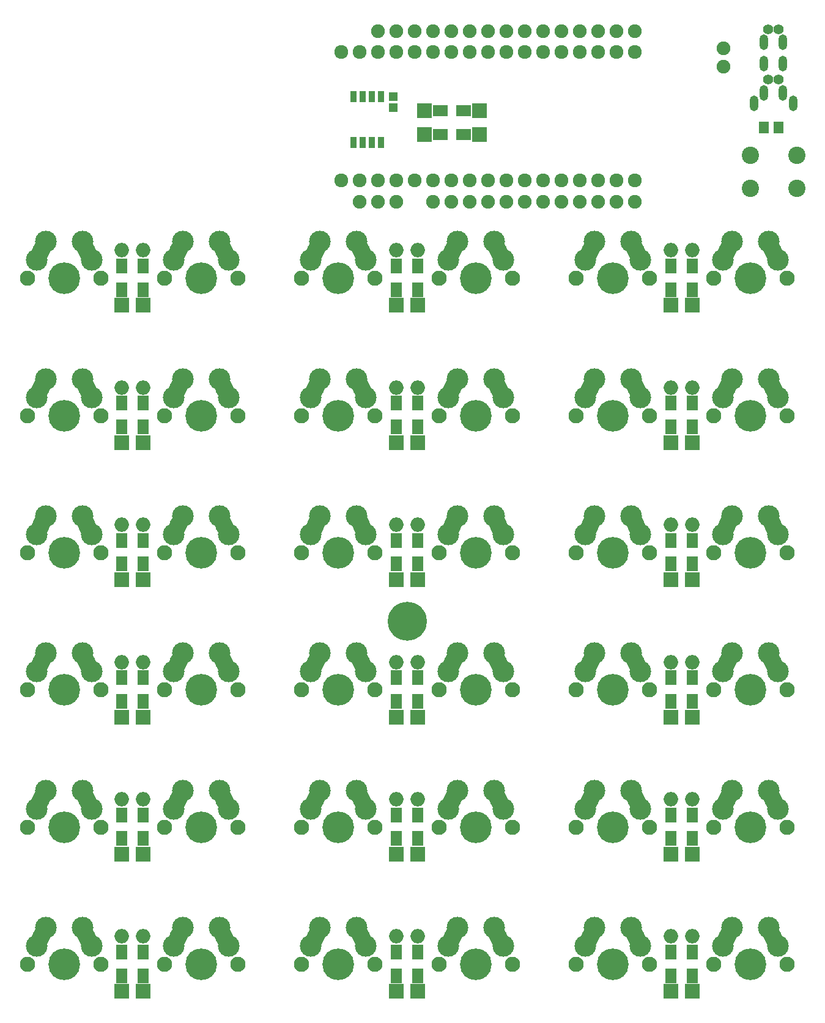
<source format=gbs>
G04 #@! TF.GenerationSoftware,KiCad,Pcbnew,(5.0.0)*
G04 #@! TF.CreationDate,2018-08-31T23:56:11+09:00*
G04 #@! TF.ProjectId,pillcase36,70696C6C6361736533362E6B69636164,rev?*
G04 #@! TF.SameCoordinates,Original*
G04 #@! TF.FileFunction,Soldermask,Bot*
G04 #@! TF.FilePolarity,Negative*
%FSLAX46Y46*%
G04 Gerber Fmt 4.6, Leading zero omitted, Abs format (unit mm)*
G04 Created by KiCad (PCBNEW (5.0.0)) date 08/31/18 23:56:11*
%MOMM*%
%LPD*%
G01*
G04 APERTURE LIST*
%ADD10C,2.400000*%
%ADD11C,2.400000*%
%ADD12C,3.000000*%
%ADD13C,2.101800*%
%ADD14C,4.387800*%
%ADD15C,1.390600*%
%ADD16O,1.250000X2.152600*%
%ADD17R,1.600000X2.000000*%
%ADD18R,2.000000X2.000000*%
%ADD19O,2.000000X2.000000*%
%ADD20R,2.000000X1.600000*%
%ADD21C,1.924000*%
%ADD22R,0.908000X1.543000*%
%ADD23R,1.400000X0.900000*%
%ADD24R,0.700000X0.900000*%
%ADD25C,1.900000*%
%ADD26R,1.150000X1.200000*%
%ADD27C,5.400000*%
G04 APERTURE END LIST*
D10*
G04 #@! TO.C,SW2*
X59175000Y-90190000D03*
D11*
X58736629Y-89291206D02*
X59613371Y-91088794D01*
D12*
X52190000Y-91460000D03*
D13*
X61080000Y-94000000D03*
X50920000Y-94000000D03*
D14*
X56000000Y-94000000D03*
D12*
X53460000Y-88920000D03*
X58540000Y-88920000D03*
X59810000Y-91460000D03*
D10*
X52825000Y-90190000D03*
D11*
X53263371Y-89291206D02*
X52386629Y-91088794D01*
G04 #@! TD*
D15*
G04 #@! TO.C,J1*
X154931570Y-40500000D03*
D16*
X152931570Y-45300000D03*
X152931570Y-49300000D03*
D15*
X154931570Y-47500000D03*
D16*
X156931570Y-50800000D03*
X152931570Y-42300000D03*
D15*
X153500000Y-47500000D03*
D16*
X155500000Y-42300000D03*
X155500000Y-49300000D03*
X151500000Y-50800000D03*
X155500000Y-45300000D03*
D15*
X153500000Y-40500000D03*
G04 #@! TD*
D17*
G04 #@! TO.C,D1*
X64000000Y-73290000D03*
D18*
X64000000Y-78730000D03*
D19*
X64000000Y-71110000D03*
D17*
X64000000Y-76550000D03*
G04 #@! TD*
G04 #@! TO.C,D2*
X64000000Y-95550000D03*
D19*
X64000000Y-90110000D03*
D18*
X64000000Y-97730000D03*
D17*
X64000000Y-92290000D03*
G04 #@! TD*
G04 #@! TO.C,D3*
X64000000Y-114550000D03*
D19*
X64000000Y-109110000D03*
D18*
X64000000Y-116730000D03*
D17*
X64000000Y-111290000D03*
G04 #@! TD*
G04 #@! TO.C,D4*
X64000000Y-133550000D03*
D19*
X64000000Y-128110000D03*
D18*
X64000000Y-135730000D03*
D17*
X64000000Y-130290000D03*
G04 #@! TD*
G04 #@! TO.C,D5*
X64000000Y-149290000D03*
D18*
X64000000Y-154730000D03*
D19*
X64000000Y-147110000D03*
D17*
X64000000Y-152550000D03*
G04 #@! TD*
G04 #@! TO.C,D6*
X64000000Y-168290000D03*
D18*
X64000000Y-173730000D03*
D19*
X64000000Y-166110000D03*
D17*
X64000000Y-171550000D03*
G04 #@! TD*
G04 #@! TO.C,D7*
X67000000Y-76550000D03*
D19*
X67000000Y-71110000D03*
D18*
X67000000Y-78730000D03*
D17*
X67000000Y-73290000D03*
G04 #@! TD*
G04 #@! TO.C,D8*
X67000000Y-92290000D03*
D18*
X67000000Y-97730000D03*
D19*
X67000000Y-90110000D03*
D17*
X67000000Y-95550000D03*
G04 #@! TD*
G04 #@! TO.C,D9*
X67000000Y-114550000D03*
D19*
X67000000Y-109110000D03*
D18*
X67000000Y-116730000D03*
D17*
X67000000Y-111290000D03*
G04 #@! TD*
G04 #@! TO.C,D10*
X67000000Y-133550000D03*
D19*
X67000000Y-128110000D03*
D18*
X67000000Y-135730000D03*
D17*
X67000000Y-130290000D03*
G04 #@! TD*
G04 #@! TO.C,D11*
X67000000Y-152550000D03*
D19*
X67000000Y-147110000D03*
D18*
X67000000Y-154730000D03*
D17*
X67000000Y-149290000D03*
G04 #@! TD*
G04 #@! TO.C,D12*
X67000000Y-168290000D03*
D18*
X67000000Y-173730000D03*
D19*
X67000000Y-166110000D03*
D17*
X67000000Y-171550000D03*
G04 #@! TD*
G04 #@! TO.C,D13*
X102000000Y-76550000D03*
D19*
X102000000Y-71110000D03*
D18*
X102000000Y-78730000D03*
D17*
X102000000Y-73290000D03*
G04 #@! TD*
G04 #@! TO.C,D14*
X102000000Y-95550000D03*
D19*
X102000000Y-90110000D03*
D18*
X102000000Y-97730000D03*
D17*
X102000000Y-92290000D03*
G04 #@! TD*
G04 #@! TO.C,D15*
X102000000Y-114550000D03*
D19*
X102000000Y-109110000D03*
D18*
X102000000Y-116730000D03*
D17*
X102000000Y-111290000D03*
G04 #@! TD*
G04 #@! TO.C,D16*
X102000000Y-130290000D03*
D18*
X102000000Y-135730000D03*
D19*
X102000000Y-128110000D03*
D17*
X102000000Y-133550000D03*
G04 #@! TD*
G04 #@! TO.C,D17*
X102000000Y-152550000D03*
D19*
X102000000Y-147110000D03*
D18*
X102000000Y-154730000D03*
D17*
X102000000Y-149290000D03*
G04 #@! TD*
G04 #@! TO.C,D18*
X102000000Y-168290000D03*
D18*
X102000000Y-173730000D03*
D19*
X102000000Y-166110000D03*
D17*
X102000000Y-171550000D03*
G04 #@! TD*
G04 #@! TO.C,D19*
X105000000Y-73290000D03*
D18*
X105000000Y-78730000D03*
D19*
X105000000Y-71110000D03*
D17*
X105000000Y-76550000D03*
G04 #@! TD*
G04 #@! TO.C,D20*
X105000000Y-92290000D03*
D18*
X105000000Y-97730000D03*
D19*
X105000000Y-90110000D03*
D17*
X105000000Y-95550000D03*
G04 #@! TD*
G04 #@! TO.C,D21*
X105000000Y-114550000D03*
D19*
X105000000Y-109110000D03*
D18*
X105000000Y-116730000D03*
D17*
X105000000Y-111290000D03*
G04 #@! TD*
G04 #@! TO.C,D22*
X105000000Y-130290000D03*
D18*
X105000000Y-135730000D03*
D19*
X105000000Y-128110000D03*
D17*
X105000000Y-133550000D03*
G04 #@! TD*
G04 #@! TO.C,D23*
X105000000Y-152550000D03*
D19*
X105000000Y-147110000D03*
D18*
X105000000Y-154730000D03*
D17*
X105000000Y-149290000D03*
G04 #@! TD*
G04 #@! TO.C,D24*
X105000000Y-168290000D03*
D18*
X105000000Y-173730000D03*
D19*
X105000000Y-166110000D03*
D17*
X105000000Y-171550000D03*
G04 #@! TD*
G04 #@! TO.C,D25*
X140000000Y-76550000D03*
D19*
X140000000Y-71110000D03*
D18*
X140000000Y-78730000D03*
D17*
X140000000Y-73290000D03*
G04 #@! TD*
G04 #@! TO.C,D26*
X140000000Y-95550000D03*
D19*
X140000000Y-90110000D03*
D18*
X140000000Y-97730000D03*
D17*
X140000000Y-92290000D03*
G04 #@! TD*
G04 #@! TO.C,D27*
X140000000Y-114550000D03*
D19*
X140000000Y-109110000D03*
D18*
X140000000Y-116730000D03*
D17*
X140000000Y-111290000D03*
G04 #@! TD*
G04 #@! TO.C,D28*
X140000000Y-130290000D03*
D18*
X140000000Y-135730000D03*
D19*
X140000000Y-128110000D03*
D17*
X140000000Y-133550000D03*
G04 #@! TD*
G04 #@! TO.C,D29*
X140000000Y-152550000D03*
D19*
X140000000Y-147110000D03*
D18*
X140000000Y-154730000D03*
D17*
X140000000Y-149290000D03*
G04 #@! TD*
G04 #@! TO.C,D30*
X140000000Y-168290000D03*
D18*
X140000000Y-173730000D03*
D19*
X140000000Y-166110000D03*
D17*
X140000000Y-171550000D03*
G04 #@! TD*
G04 #@! TO.C,D31*
X143000000Y-73290000D03*
D18*
X143000000Y-78730000D03*
D19*
X143000000Y-71110000D03*
D17*
X143000000Y-76550000D03*
G04 #@! TD*
G04 #@! TO.C,D32*
X143000000Y-92290000D03*
D18*
X143000000Y-97730000D03*
D19*
X143000000Y-90110000D03*
D17*
X143000000Y-95550000D03*
G04 #@! TD*
G04 #@! TO.C,D33*
X143000000Y-114550000D03*
D19*
X143000000Y-109110000D03*
D18*
X143000000Y-116730000D03*
D17*
X143000000Y-111290000D03*
G04 #@! TD*
G04 #@! TO.C,D34*
X143000000Y-130290000D03*
D18*
X143000000Y-135730000D03*
D19*
X143000000Y-128110000D03*
D17*
X143000000Y-133550000D03*
G04 #@! TD*
G04 #@! TO.C,D35*
X143000000Y-149290000D03*
D18*
X143000000Y-154730000D03*
D19*
X143000000Y-147110000D03*
D17*
X143000000Y-152550000D03*
G04 #@! TD*
G04 #@! TO.C,D36*
X143000000Y-168290000D03*
D18*
X143000000Y-173730000D03*
D19*
X143000000Y-166110000D03*
D17*
X143000000Y-171550000D03*
G04 #@! TD*
D20*
G04 #@! TO.C,R1*
X108098000Y-51816000D03*
D18*
X113538000Y-51816000D03*
X105918000Y-51816000D03*
D20*
X111358000Y-51816000D03*
G04 #@! TD*
G04 #@! TO.C,R2*
X111337000Y-55118000D03*
D18*
X105897000Y-55118000D03*
X113517000Y-55118000D03*
D20*
X108077000Y-55118000D03*
G04 #@! TD*
D10*
G04 #@! TO.C,SW1*
X59175000Y-71190000D03*
D11*
X58736629Y-70291206D02*
X59613371Y-72088794D01*
D12*
X52190000Y-72460000D03*
D13*
X61080000Y-75000000D03*
X50920000Y-75000000D03*
D14*
X56000000Y-75000000D03*
D12*
X53460000Y-69920000D03*
X58540000Y-69920000D03*
X59810000Y-72460000D03*
D10*
X52825000Y-71190000D03*
D11*
X53263371Y-70291206D02*
X52386629Y-72088794D01*
G04 #@! TD*
D10*
G04 #@! TO.C,SW3*
X59175000Y-109190000D03*
D11*
X58736629Y-108291206D02*
X59613371Y-110088794D01*
D12*
X52190000Y-110460000D03*
D13*
X61080000Y-113000000D03*
X50920000Y-113000000D03*
D14*
X56000000Y-113000000D03*
D12*
X53460000Y-107920000D03*
X58540000Y-107920000D03*
X59810000Y-110460000D03*
D10*
X52825000Y-109190000D03*
D11*
X53263371Y-108291206D02*
X52386629Y-110088794D01*
G04 #@! TD*
D10*
G04 #@! TO.C,SW4*
X52825000Y-128190000D03*
D11*
X53263371Y-127291206D02*
X52386629Y-129088794D01*
D12*
X59810000Y-129460000D03*
X58540000Y-126920000D03*
X53460000Y-126920000D03*
D14*
X56000000Y-132000000D03*
D13*
X50920000Y-132000000D03*
X61080000Y-132000000D03*
D12*
X52190000Y-129460000D03*
D10*
X59175000Y-128190000D03*
D11*
X58736629Y-127291206D02*
X59613371Y-129088794D01*
G04 #@! TD*
D10*
G04 #@! TO.C,SW5*
X52825000Y-147190000D03*
D11*
X53263371Y-146291206D02*
X52386629Y-148088794D01*
D12*
X59810000Y-148460000D03*
X58540000Y-145920000D03*
X53460000Y-145920000D03*
D14*
X56000000Y-151000000D03*
D13*
X50920000Y-151000000D03*
X61080000Y-151000000D03*
D12*
X52190000Y-148460000D03*
D10*
X59175000Y-147190000D03*
D11*
X58736629Y-146291206D02*
X59613371Y-148088794D01*
G04 #@! TD*
D10*
G04 #@! TO.C,SW6*
X52825000Y-166190000D03*
D11*
X53263371Y-165291206D02*
X52386629Y-167088794D01*
D12*
X59810000Y-167460000D03*
X58540000Y-164920000D03*
X53460000Y-164920000D03*
D14*
X56000000Y-170000000D03*
D13*
X50920000Y-170000000D03*
X61080000Y-170000000D03*
D12*
X52190000Y-167460000D03*
D10*
X59175000Y-166190000D03*
D11*
X58736629Y-165291206D02*
X59613371Y-167088794D01*
G04 #@! TD*
D10*
G04 #@! TO.C,SW7*
X78175000Y-71190000D03*
D11*
X77736629Y-70291206D02*
X78613371Y-72088794D01*
D12*
X71190000Y-72460000D03*
D13*
X80080000Y-75000000D03*
X69920000Y-75000000D03*
D14*
X75000000Y-75000000D03*
D12*
X72460000Y-69920000D03*
X77540000Y-69920000D03*
X78810000Y-72460000D03*
D10*
X71825000Y-71190000D03*
D11*
X72263371Y-70291206D02*
X71386629Y-72088794D01*
G04 #@! TD*
D10*
G04 #@! TO.C,SW8*
X78175000Y-90190000D03*
D11*
X77736629Y-89291206D02*
X78613371Y-91088794D01*
D12*
X71190000Y-91460000D03*
D13*
X80080000Y-94000000D03*
X69920000Y-94000000D03*
D14*
X75000000Y-94000000D03*
D12*
X72460000Y-88920000D03*
X77540000Y-88920000D03*
X78810000Y-91460000D03*
D10*
X71825000Y-90190000D03*
D11*
X72263371Y-89291206D02*
X71386629Y-91088794D01*
G04 #@! TD*
D10*
G04 #@! TO.C,SW9*
X78175000Y-109190000D03*
D11*
X77736629Y-108291206D02*
X78613371Y-110088794D01*
D12*
X71190000Y-110460000D03*
D13*
X80080000Y-113000000D03*
X69920000Y-113000000D03*
D14*
X75000000Y-113000000D03*
D12*
X72460000Y-107920000D03*
X77540000Y-107920000D03*
X78810000Y-110460000D03*
D10*
X71825000Y-109190000D03*
D11*
X72263371Y-108291206D02*
X71386629Y-110088794D01*
G04 #@! TD*
D10*
G04 #@! TO.C,SW10*
X71825000Y-128190000D03*
D11*
X72263371Y-127291206D02*
X71386629Y-129088794D01*
D12*
X78810000Y-129460000D03*
X77540000Y-126920000D03*
X72460000Y-126920000D03*
D14*
X75000000Y-132000000D03*
D13*
X69920000Y-132000000D03*
X80080000Y-132000000D03*
D12*
X71190000Y-129460000D03*
D10*
X78175000Y-128190000D03*
D11*
X77736629Y-127291206D02*
X78613371Y-129088794D01*
G04 #@! TD*
D10*
G04 #@! TO.C,SW11*
X71825000Y-147190000D03*
D11*
X72263371Y-146291206D02*
X71386629Y-148088794D01*
D12*
X78810000Y-148460000D03*
X77540000Y-145920000D03*
X72460000Y-145920000D03*
D14*
X75000000Y-151000000D03*
D13*
X69920000Y-151000000D03*
X80080000Y-151000000D03*
D12*
X71190000Y-148460000D03*
D10*
X78175000Y-147190000D03*
D11*
X77736629Y-146291206D02*
X78613371Y-148088794D01*
G04 #@! TD*
D10*
G04 #@! TO.C,SW12*
X71825000Y-166190000D03*
D11*
X72263371Y-165291206D02*
X71386629Y-167088794D01*
D12*
X78810000Y-167460000D03*
X77540000Y-164920000D03*
X72460000Y-164920000D03*
D14*
X75000000Y-170000000D03*
D13*
X69920000Y-170000000D03*
X80080000Y-170000000D03*
D12*
X71190000Y-167460000D03*
D10*
X78175000Y-166190000D03*
D11*
X77736629Y-165291206D02*
X78613371Y-167088794D01*
G04 #@! TD*
D10*
G04 #@! TO.C,SW13*
X90825000Y-71190000D03*
D11*
X91263371Y-70291206D02*
X90386629Y-72088794D01*
D12*
X97810000Y-72460000D03*
X96540000Y-69920000D03*
X91460000Y-69920000D03*
D14*
X94000000Y-75000000D03*
D13*
X88920000Y-75000000D03*
X99080000Y-75000000D03*
D12*
X90190000Y-72460000D03*
D10*
X97175000Y-71190000D03*
D11*
X96736629Y-70291206D02*
X97613371Y-72088794D01*
G04 #@! TD*
D10*
G04 #@! TO.C,SW14*
X97175000Y-90190000D03*
D11*
X96736629Y-89291206D02*
X97613371Y-91088794D01*
D12*
X90190000Y-91460000D03*
D13*
X99080000Y-94000000D03*
X88920000Y-94000000D03*
D14*
X94000000Y-94000000D03*
D12*
X91460000Y-88920000D03*
X96540000Y-88920000D03*
X97810000Y-91460000D03*
D10*
X90825000Y-90190000D03*
D11*
X91263371Y-89291206D02*
X90386629Y-91088794D01*
G04 #@! TD*
D10*
G04 #@! TO.C,SW15*
X97175000Y-109190000D03*
D11*
X96736629Y-108291206D02*
X97613371Y-110088794D01*
D12*
X90190000Y-110460000D03*
D13*
X99080000Y-113000000D03*
X88920000Y-113000000D03*
D14*
X94000000Y-113000000D03*
D12*
X91460000Y-107920000D03*
X96540000Y-107920000D03*
X97810000Y-110460000D03*
D10*
X90825000Y-109190000D03*
D11*
X91263371Y-108291206D02*
X90386629Y-110088794D01*
G04 #@! TD*
D10*
G04 #@! TO.C,SW16*
X90825000Y-128190000D03*
D11*
X91263371Y-127291206D02*
X90386629Y-129088794D01*
D12*
X97810000Y-129460000D03*
X96540000Y-126920000D03*
X91460000Y-126920000D03*
D14*
X94000000Y-132000000D03*
D13*
X88920000Y-132000000D03*
X99080000Y-132000000D03*
D12*
X90190000Y-129460000D03*
D10*
X97175000Y-128190000D03*
D11*
X96736629Y-127291206D02*
X97613371Y-129088794D01*
G04 #@! TD*
D10*
G04 #@! TO.C,SW17*
X97175000Y-147190000D03*
D11*
X96736629Y-146291206D02*
X97613371Y-148088794D01*
D12*
X90190000Y-148460000D03*
D13*
X99080000Y-151000000D03*
X88920000Y-151000000D03*
D14*
X94000000Y-151000000D03*
D12*
X91460000Y-145920000D03*
X96540000Y-145920000D03*
X97810000Y-148460000D03*
D10*
X90825000Y-147190000D03*
D11*
X91263371Y-146291206D02*
X90386629Y-148088794D01*
G04 #@! TD*
D10*
G04 #@! TO.C,SW18*
X90825000Y-166190000D03*
D11*
X91263371Y-165291206D02*
X90386629Y-167088794D01*
D12*
X97810000Y-167460000D03*
X96540000Y-164920000D03*
X91460000Y-164920000D03*
D14*
X94000000Y-170000000D03*
D13*
X88920000Y-170000000D03*
X99080000Y-170000000D03*
D12*
X90190000Y-167460000D03*
D10*
X97175000Y-166190000D03*
D11*
X96736629Y-165291206D02*
X97613371Y-167088794D01*
G04 #@! TD*
D10*
G04 #@! TO.C,SW19*
X109825000Y-71190000D03*
D11*
X110263371Y-70291206D02*
X109386629Y-72088794D01*
D12*
X116810000Y-72460000D03*
X115540000Y-69920000D03*
X110460000Y-69920000D03*
D14*
X113000000Y-75000000D03*
D13*
X107920000Y-75000000D03*
X118080000Y-75000000D03*
D12*
X109190000Y-72460000D03*
D10*
X116175000Y-71190000D03*
D11*
X115736629Y-70291206D02*
X116613371Y-72088794D01*
G04 #@! TD*
D10*
G04 #@! TO.C,SW20*
X116175000Y-90190000D03*
D11*
X115736629Y-89291206D02*
X116613371Y-91088794D01*
D12*
X109190000Y-91460000D03*
D13*
X118080000Y-94000000D03*
X107920000Y-94000000D03*
D14*
X113000000Y-94000000D03*
D12*
X110460000Y-88920000D03*
X115540000Y-88920000D03*
X116810000Y-91460000D03*
D10*
X109825000Y-90190000D03*
D11*
X110263371Y-89291206D02*
X109386629Y-91088794D01*
G04 #@! TD*
D10*
G04 #@! TO.C,SW21*
X116175000Y-109190000D03*
D11*
X115736629Y-108291206D02*
X116613371Y-110088794D01*
D12*
X109190000Y-110460000D03*
D13*
X118080000Y-113000000D03*
X107920000Y-113000000D03*
D14*
X113000000Y-113000000D03*
D12*
X110460000Y-107920000D03*
X115540000Y-107920000D03*
X116810000Y-110460000D03*
D10*
X109825000Y-109190000D03*
D11*
X110263371Y-108291206D02*
X109386629Y-110088794D01*
G04 #@! TD*
D10*
G04 #@! TO.C,SW22*
X109825000Y-128190000D03*
D11*
X110263371Y-127291206D02*
X109386629Y-129088794D01*
D12*
X116810000Y-129460000D03*
X115540000Y-126920000D03*
X110460000Y-126920000D03*
D14*
X113000000Y-132000000D03*
D13*
X107920000Y-132000000D03*
X118080000Y-132000000D03*
D12*
X109190000Y-129460000D03*
D10*
X116175000Y-128190000D03*
D11*
X115736629Y-127291206D02*
X116613371Y-129088794D01*
G04 #@! TD*
D10*
G04 #@! TO.C,SW23*
X109825000Y-147190000D03*
D11*
X110263371Y-146291206D02*
X109386629Y-148088794D01*
D12*
X116810000Y-148460000D03*
X115540000Y-145920000D03*
X110460000Y-145920000D03*
D14*
X113000000Y-151000000D03*
D13*
X107920000Y-151000000D03*
X118080000Y-151000000D03*
D12*
X109190000Y-148460000D03*
D10*
X116175000Y-147190000D03*
D11*
X115736629Y-146291206D02*
X116613371Y-148088794D01*
G04 #@! TD*
D10*
G04 #@! TO.C,SW24*
X109825000Y-166190000D03*
D11*
X110263371Y-165291206D02*
X109386629Y-167088794D01*
D12*
X116810000Y-167460000D03*
X115540000Y-164920000D03*
X110460000Y-164920000D03*
D14*
X113000000Y-170000000D03*
D13*
X107920000Y-170000000D03*
X118080000Y-170000000D03*
D12*
X109190000Y-167460000D03*
D10*
X116175000Y-166190000D03*
D11*
X115736629Y-165291206D02*
X116613371Y-167088794D01*
G04 #@! TD*
D10*
G04 #@! TO.C,SW25*
X135175000Y-71190000D03*
D11*
X134736629Y-70291206D02*
X135613371Y-72088794D01*
D12*
X128190000Y-72460000D03*
D13*
X137080000Y-75000000D03*
X126920000Y-75000000D03*
D14*
X132000000Y-75000000D03*
D12*
X129460000Y-69920000D03*
X134540000Y-69920000D03*
X135810000Y-72460000D03*
D10*
X128825000Y-71190000D03*
D11*
X129263371Y-70291206D02*
X128386629Y-72088794D01*
G04 #@! TD*
D10*
G04 #@! TO.C,SW26*
X135175000Y-90190000D03*
D11*
X134736629Y-89291206D02*
X135613371Y-91088794D01*
D12*
X128190000Y-91460000D03*
D13*
X137080000Y-94000000D03*
X126920000Y-94000000D03*
D14*
X132000000Y-94000000D03*
D12*
X129460000Y-88920000D03*
X134540000Y-88920000D03*
X135810000Y-91460000D03*
D10*
X128825000Y-90190000D03*
D11*
X129263371Y-89291206D02*
X128386629Y-91088794D01*
G04 #@! TD*
D10*
G04 #@! TO.C,SW27*
X135175000Y-109190000D03*
D11*
X134736629Y-108291206D02*
X135613371Y-110088794D01*
D12*
X128190000Y-110460000D03*
D13*
X137080000Y-113000000D03*
X126920000Y-113000000D03*
D14*
X132000000Y-113000000D03*
D12*
X129460000Y-107920000D03*
X134540000Y-107920000D03*
X135810000Y-110460000D03*
D10*
X128825000Y-109190000D03*
D11*
X129263371Y-108291206D02*
X128386629Y-110088794D01*
G04 #@! TD*
D10*
G04 #@! TO.C,SW28*
X128825000Y-128190000D03*
D11*
X129263371Y-127291206D02*
X128386629Y-129088794D01*
D12*
X135810000Y-129460000D03*
X134540000Y-126920000D03*
X129460000Y-126920000D03*
D14*
X132000000Y-132000000D03*
D13*
X126920000Y-132000000D03*
X137080000Y-132000000D03*
D12*
X128190000Y-129460000D03*
D10*
X135175000Y-128190000D03*
D11*
X134736629Y-127291206D02*
X135613371Y-129088794D01*
G04 #@! TD*
D10*
G04 #@! TO.C,SW29*
X128825000Y-147190000D03*
D11*
X129263371Y-146291206D02*
X128386629Y-148088794D01*
D12*
X135810000Y-148460000D03*
X134540000Y-145920000D03*
X129460000Y-145920000D03*
D14*
X132000000Y-151000000D03*
D13*
X126920000Y-151000000D03*
X137080000Y-151000000D03*
D12*
X128190000Y-148460000D03*
D10*
X135175000Y-147190000D03*
D11*
X134736629Y-146291206D02*
X135613371Y-148088794D01*
G04 #@! TD*
D10*
G04 #@! TO.C,SW30*
X128825000Y-166190000D03*
D11*
X129263371Y-165291206D02*
X128386629Y-167088794D01*
D12*
X135810000Y-167460000D03*
X134540000Y-164920000D03*
X129460000Y-164920000D03*
D14*
X132000000Y-170000000D03*
D13*
X126920000Y-170000000D03*
X137080000Y-170000000D03*
D12*
X128190000Y-167460000D03*
D10*
X135175000Y-166190000D03*
D11*
X134736629Y-165291206D02*
X135613371Y-167088794D01*
G04 #@! TD*
D10*
G04 #@! TO.C,SW31*
X154175000Y-71190000D03*
D11*
X153736629Y-70291206D02*
X154613371Y-72088794D01*
D12*
X147190000Y-72460000D03*
D13*
X156080000Y-75000000D03*
X145920000Y-75000000D03*
D14*
X151000000Y-75000000D03*
D12*
X148460000Y-69920000D03*
X153540000Y-69920000D03*
X154810000Y-72460000D03*
D10*
X147825000Y-71190000D03*
D11*
X148263371Y-70291206D02*
X147386629Y-72088794D01*
G04 #@! TD*
D10*
G04 #@! TO.C,SW32*
X154175000Y-90190000D03*
D11*
X153736629Y-89291206D02*
X154613371Y-91088794D01*
D12*
X147190000Y-91460000D03*
D13*
X156080000Y-94000000D03*
X145920000Y-94000000D03*
D14*
X151000000Y-94000000D03*
D12*
X148460000Y-88920000D03*
X153540000Y-88920000D03*
X154810000Y-91460000D03*
D10*
X147825000Y-90190000D03*
D11*
X148263371Y-89291206D02*
X147386629Y-91088794D01*
G04 #@! TD*
D10*
G04 #@! TO.C,SW33*
X154175000Y-109190000D03*
D11*
X153736629Y-108291206D02*
X154613371Y-110088794D01*
D12*
X147190000Y-110460000D03*
D13*
X156080000Y-113000000D03*
X145920000Y-113000000D03*
D14*
X151000000Y-113000000D03*
D12*
X148460000Y-107920000D03*
X153540000Y-107920000D03*
X154810000Y-110460000D03*
D10*
X147825000Y-109190000D03*
D11*
X148263371Y-108291206D02*
X147386629Y-110088794D01*
G04 #@! TD*
D10*
G04 #@! TO.C,SW34*
X154175000Y-128190000D03*
D11*
X153736629Y-127291206D02*
X154613371Y-129088794D01*
D12*
X147190000Y-129460000D03*
D13*
X156080000Y-132000000D03*
X145920000Y-132000000D03*
D14*
X151000000Y-132000000D03*
D12*
X148460000Y-126920000D03*
X153540000Y-126920000D03*
X154810000Y-129460000D03*
D10*
X147825000Y-128190000D03*
D11*
X148263371Y-127291206D02*
X147386629Y-129088794D01*
G04 #@! TD*
D10*
G04 #@! TO.C,SW35*
X147825000Y-147190000D03*
D11*
X148263371Y-146291206D02*
X147386629Y-148088794D01*
D12*
X154810000Y-148460000D03*
X153540000Y-145920000D03*
X148460000Y-145920000D03*
D14*
X151000000Y-151000000D03*
D13*
X145920000Y-151000000D03*
X156080000Y-151000000D03*
D12*
X147190000Y-148460000D03*
D10*
X154175000Y-147190000D03*
D11*
X153736629Y-146291206D02*
X154613371Y-148088794D01*
G04 #@! TD*
D10*
G04 #@! TO.C,SW36*
X147825000Y-166190000D03*
D11*
X148263371Y-165291206D02*
X147386629Y-167088794D01*
D12*
X154810000Y-167460000D03*
X153540000Y-164920000D03*
X148460000Y-164920000D03*
D14*
X151000000Y-170000000D03*
D13*
X145920000Y-170000000D03*
X156080000Y-170000000D03*
D12*
X147190000Y-167460000D03*
D10*
X154175000Y-166190000D03*
D11*
X153736629Y-165291206D02*
X154613371Y-167088794D01*
G04 #@! TD*
D10*
G04 #@! TO.C,RESET*
X157500000Y-58000000D03*
X157500000Y-62500000D03*
X151000000Y-58000000D03*
X151000000Y-62500000D03*
G04 #@! TD*
D21*
G04 #@! TO.C,U1*
X135062000Y-43688000D03*
X132522000Y-43688000D03*
X129982000Y-43688000D03*
X127442000Y-43688000D03*
X124902000Y-43688000D03*
X122362000Y-43688000D03*
X119822000Y-43688000D03*
X117282000Y-43688000D03*
X114742000Y-43688000D03*
X112202000Y-43688000D03*
X109662000Y-43688000D03*
X107122000Y-43688000D03*
X104582000Y-43688000D03*
X102042000Y-43688000D03*
X99502000Y-43688000D03*
X96962000Y-43688000D03*
X94422000Y-43688000D03*
X94422000Y-61468000D03*
X96962000Y-61468000D03*
X99502000Y-61468000D03*
X102042000Y-61468000D03*
X104582000Y-61468000D03*
X107122000Y-61468000D03*
X109662000Y-61468000D03*
X112202000Y-61468000D03*
X114742000Y-61468000D03*
X117282000Y-61468000D03*
X119822000Y-61468000D03*
X122362000Y-61468000D03*
X124902000Y-61468000D03*
X127442000Y-61468000D03*
X129982000Y-61468000D03*
X132522000Y-61468000D03*
X135062000Y-61468000D03*
G04 #@! TD*
D22*
G04 #@! TO.C,U2*
X99905000Y-56175000D03*
X98635000Y-56175000D03*
X97365000Y-56175000D03*
X96095000Y-56175000D03*
X96095000Y-49825000D03*
X97365000Y-49825000D03*
X98635000Y-49825000D03*
X99905000Y-49825000D03*
G04 #@! TD*
D23*
G04 #@! TO.C,SDA1*
X154940000Y-54483000D03*
X154940000Y-53721000D03*
D24*
X154940000Y-54102000D03*
G04 #@! TD*
G04 #@! TO.C,SCL1 *
X152913000Y-54102000D03*
D23*
X152913000Y-53721000D03*
X152913000Y-54483000D03*
G04 #@! TD*
D25*
G04 #@! TO.C,TP1*
X132522000Y-40767000D03*
G04 #@! TD*
G04 #@! TO.C,TP2*
X127442000Y-40767000D03*
G04 #@! TD*
G04 #@! TO.C,TP3*
X122362000Y-40767000D03*
G04 #@! TD*
G04 #@! TO.C,TP4*
X117282000Y-40767000D03*
G04 #@! TD*
G04 #@! TO.C,TP5*
X112202000Y-40767000D03*
G04 #@! TD*
G04 #@! TO.C,TP6*
X107122000Y-40767000D03*
G04 #@! TD*
G04 #@! TO.C,TP7*
X102042000Y-40767000D03*
G04 #@! TD*
G04 #@! TO.C,TP8*
X135062000Y-40767000D03*
G04 #@! TD*
G04 #@! TO.C,TP9*
X129982000Y-40767000D03*
G04 #@! TD*
G04 #@! TO.C,TP10*
X124902000Y-40767000D03*
G04 #@! TD*
G04 #@! TO.C,TP11*
X119822000Y-40767000D03*
G04 #@! TD*
G04 #@! TO.C,TP12*
X114742000Y-40767000D03*
G04 #@! TD*
G04 #@! TO.C,TP13*
X109662000Y-40767000D03*
G04 #@! TD*
G04 #@! TO.C,TP14*
X104582000Y-40767000D03*
G04 #@! TD*
G04 #@! TO.C,TP15*
X99502000Y-40767000D03*
G04 #@! TD*
G04 #@! TO.C,TP16*
X135062000Y-64389000D03*
G04 #@! TD*
G04 #@! TO.C,TP17*
X129982000Y-64389000D03*
G04 #@! TD*
G04 #@! TO.C,TP18*
X124902000Y-64389000D03*
G04 #@! TD*
G04 #@! TO.C,TP19*
X119822000Y-64389000D03*
G04 #@! TD*
G04 #@! TO.C,TP20*
X114742000Y-64389000D03*
G04 #@! TD*
G04 #@! TO.C,TP21*
X109662000Y-64389000D03*
G04 #@! TD*
G04 #@! TO.C,TP22*
X102042000Y-64389000D03*
G04 #@! TD*
G04 #@! TO.C,TP23*
X96962000Y-64389000D03*
G04 #@! TD*
G04 #@! TO.C,TP24*
X132522000Y-64389000D03*
G04 #@! TD*
G04 #@! TO.C,TP25*
X127442000Y-64389000D03*
G04 #@! TD*
G04 #@! TO.C,TP26*
X122362000Y-64389000D03*
G04 #@! TD*
G04 #@! TO.C,TP27*
X117282000Y-64389000D03*
G04 #@! TD*
G04 #@! TO.C,TP28*
X112202000Y-64389000D03*
G04 #@! TD*
G04 #@! TO.C,TP29*
X107122000Y-64389000D03*
G04 #@! TD*
G04 #@! TO.C,TP30*
X99502000Y-64389000D03*
G04 #@! TD*
G04 #@! TO.C,R1*
X147320000Y-45720000D03*
G04 #@! TD*
G04 #@! TO.C,R2*
X147320000Y-43180000D03*
G04 #@! TD*
D26*
G04 #@! TO.C,0.1u*
X101600000Y-49850000D03*
X101600000Y-51350000D03*
G04 #@! TD*
D27*
G04 #@! TO.C,*
X103500000Y-122500000D03*
G04 #@! TD*
M02*

</source>
